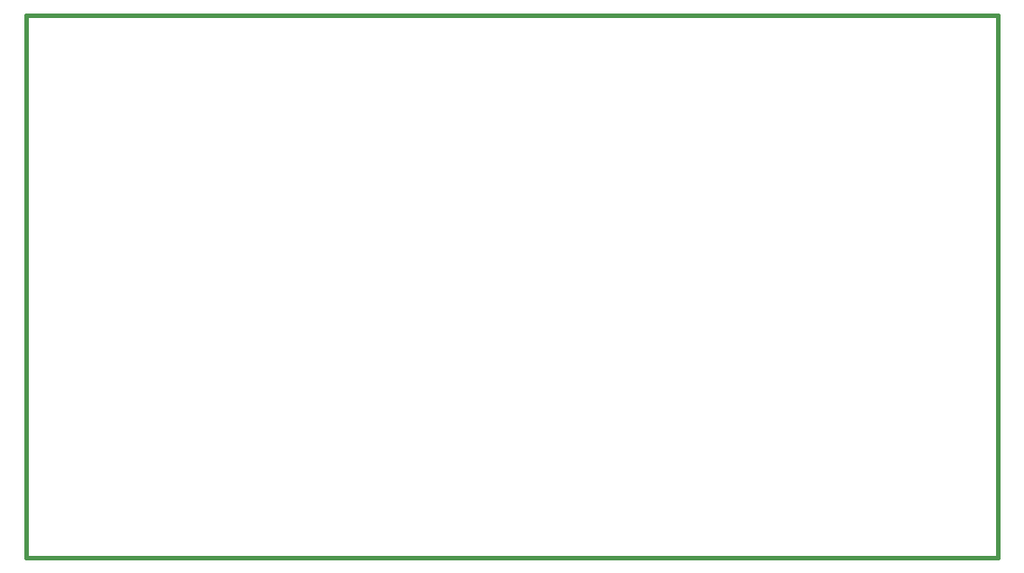
<source format=gko>
%FSLAX25Y25*%
%MOIN*%
G70*
G01*
G75*
G04 Layer_Color=16711935*
%ADD10R,0.03150X0.03347*%
%ADD11R,0.02362X0.04724*%
%ADD12R,0.03347X0.03150*%
%ADD13R,0.08661X0.11024*%
%ADD14R,0.11024X0.11024*%
%ADD15C,0.00600*%
%ADD16C,0.01200*%
%ADD17C,0.00800*%
%ADD18C,0.06000*%
%ADD19R,0.05500X0.05500*%
%ADD20C,0.05500*%
%ADD21R,0.05500X0.05500*%
%ADD22C,0.05700*%
%ADD23R,0.05700X0.05700*%
%ADD24C,0.10236*%
%ADD25C,0.05118*%
%ADD26R,0.05118X0.05118*%
%ADD27C,0.04000*%
%ADD28C,0.06299*%
%ADD29R,0.06299X0.06299*%
%ADD30C,0.15748*%
%ADD31C,0.11575*%
%ADD32C,0.09843*%
%ADD33C,0.08300*%
%ADD34C,0.02700*%
%ADD35C,0.00984*%
%ADD36C,0.05906*%
%ADD37C,0.00600*%
%ADD38C,0.01000*%
%ADD39C,0.00100*%
%ADD40C,0.00787*%
%ADD41C,0.00591*%
%ADD42R,0.03950X0.04147*%
%ADD43R,0.03162X0.05524*%
%ADD44R,0.04147X0.03950*%
%ADD45R,0.09461X0.11824*%
%ADD46R,0.11824X0.11824*%
%ADD47C,0.06800*%
%ADD48R,0.06300X0.06300*%
%ADD49C,0.06300*%
%ADD50R,0.06300X0.06300*%
%ADD51C,0.06500*%
%ADD52R,0.06500X0.06500*%
%ADD53C,0.11036*%
%ADD54C,0.05918*%
%ADD55R,0.05918X0.05918*%
%ADD56C,0.04800*%
%ADD57C,0.07099*%
%ADD58R,0.07099X0.07099*%
%ADD59C,0.16548*%
%ADD60C,0.10642*%
%ADD61C,0.09100*%
%ADD62C,0.01500*%
D62*
X0Y-400D02*
X359300D01*
Y200000D01*
X0D02*
X359300D01*
X0Y-400D02*
Y200000D01*
M02*

</source>
